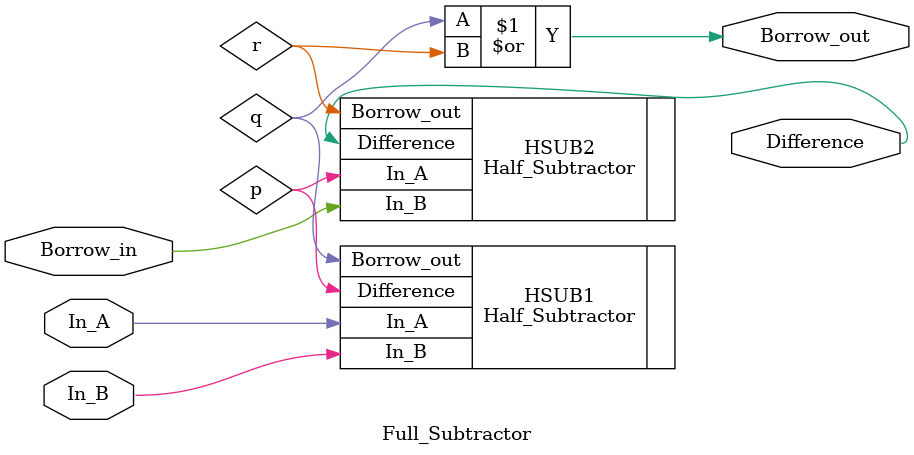
<source format=v>
`timescale 1ns / 1ps


module Full_Subtractor(
    In_A, In_B, Borrow_in, Difference, Borrow_out
    );
    input In_A, In_B, Borrow_in;
    output Difference, Borrow_out;
    wire p, q, r;
    // implement full subtractor circuit, your code starts from here.
    // use half subtractor in this module, fulfill I/O ports connection.
    Half_Subtractor HSUB1 (
        .In_A(In_A), 
        .In_B(In_B), 
        .Difference(p), 
        .Borrow_out(q)
    );
    Half_Subtractor HSUB2 (
        .In_A(p), 
        .In_B(Borrow_in), 
        .Difference(Difference), 
        .Borrow_out(r)
    );

    or(Borrow_out, q, r);
    
endmodule

</source>
